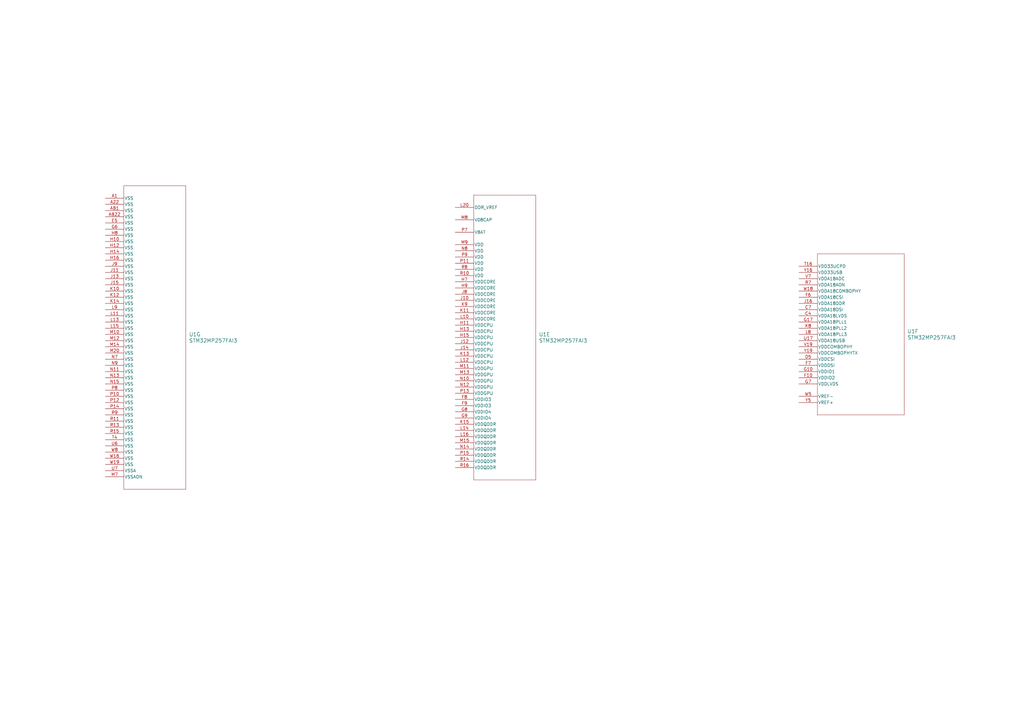
<source format=kicad_sch>
(kicad_sch (version 20250114) (generator "eeschema") (generator_version "9.0")
  (paper "A3")
  (lib_symbols
    (symbol "STM32MP257FAI3:STM32MP257FAI3" (pin_names (offset 0.254))
      (property "Reference" "U" (at 40.64 12.7 0))
      (property "Value" "STM32MP257FAI3" (at 40.64 10.16 0))
      (symbol "STM32MP257FAI3_1_1"
        (polyline (pts (xy 7.62 7.62) (xy 7.62 -119.38)) (stroke (width 0.127)))
        (polyline (pts (xy 7.62 -119.38) (xy 73.66 -119.38)) (stroke (width 0.127)))
        (polyline (pts (xy 73.66 7.62) (xy 7.62 7.62)) (stroke (width 0.127)))
        (polyline (pts (xy 73.66 -119.38) (xy 73.66 7.62)) (stroke (width 0.127)))
        (pin input line (at 0 0 0) (length 7.62) (name "BOOT0") (number "R4"))
        (pin input line (at 0 -2.54 0) (length 7.62) (name "BOOT1") (number "R3"))
        (pin input line (at 0 -5.08 0) (length 7.62) (name "BOOT2") (number "T2"))
        (pin input line (at 0 -7.62 0) (length 7.62) (name "BOOT3") (number "T1"))
        (pin input line (at 0 -12.7 0) (length 7.62) (name "JTCK_SWCLK") (number "AA1"))
        (pin input line (at 0 -15.24 0) (length 7.62) (name "JTDI") (number "AB2"))
        (pin input line (at 0 -17.78 0) (length 7.62) (name "NJTRST") (number "AA2"))
        (pin input line (at 0 -22.86 0) (length 7.62) (name "OSC_IN") (number "V3"))
        (pin input line (at 0 -27.94 0) (length 7.62) (name "OSC32_IN") (number "R1"))
        (pin input line (at 0 -33.02 0) (length 7.62) (name "PCIE_CLKINN") (number "AA18"))
        (pin input line (at 0 -35.56 0) (length 7.62) (name "PCIE_CLKINP") (number "Y18"))
        (pin input line (at 0 -40.64 0) (length 7.62) (name "PDR_ON") (number "T7"))
        (pin unspecified line (at 0 -45.72 0) (length 7.62) (name "ANA0") (number "V5"))
        (pin unspecified line (at 0 -50.8 0) (length 7.62) (name "COMBOPHY_REXT") (number "Y20"))
        (pin unspecified line (at 0 -53.34 0) (length 7.62) (name "COMBOPHY_RX1N") (number "AB20"))
        (pin unspecified line (at 0 -55.88 0) (length 7.62) (name "COMBOPHY_RX1P") (number "AA20"))
        (pin unspecified line (at 0 -58.42 0) (length 7.62) (name "COMBOPHY_TX1N") (number "AB19"))
        (pin unspecified line (at 0 -60.96 0) (length 7.62) (name "COMBOPHY_TX1P") (number "AA19"))
        (pin unspecified line (at 0 -66.04 0) (length 7.62) (name "CSI_CKN") (number "D6"))
        (pin unspecified line (at 0 -68.58 0) (length 7.62) (name "CSI_CKP") (number "C6"))
        (pin unspecified line (at 0 -71.12 0) (length 7.62) (name "CSI_REXT") (number "E6"))
        (pin unspecified line (at 0 -76.2 0) (length 7.62) (name "CSI_D0N") (number "B5"))
        (pin unspecified line (at 0 -78.74 0) (length 7.62) (name "CSI_D0P") (number "C5"))
        (pin unspecified line (at 0 -81.28 0) (length 7.62) (name "CSI_D1N") (number "E7"))
        (pin unspecified line (at 0 -83.82 0) (length 7.62) (name "CSI_D1P") (number "D7"))
        (pin output line (at 81.28 2.54 180) (length 7.62) (name "DDR_A0") (number "M16"))
        (pin output line (at 81.28 0 180) (length 7.62) (name "DDR_A1") (number "U18"))
        (pin output line (at 81.28 -2.54 180) (length 7.62) (name "DDR_A2") (number "N16"))
        (pin output line (at 81.28 -5.08 180) (length 7.62) (name "DDR_A3") (number "M17"))
        (pin output line (at 81.28 -7.62 180) (length 7.62) (name "DDR_A4") (number "N19"))
        (pin output line (at 81.28 -10.16 180) (length 7.62) (name "DDR_A5") (number "M19"))
        (pin output line (at 81.28 -12.7 180) (length 7.62) (name "DDR_A6") (number "T18"))
        (pin output line (at 81.28 -15.24 180) (length 7.62) (name "DDR_A7") (number "U19"))
        (pin output line (at 81.28 -17.78 180) (length 7.62) (name "DDR_A8") (number "P19"))
        (pin output line (at 81.28 -20.32 180) (length 7.62) (name "DDR_A9") (number "P18"))
        (pin output line (at 81.28 -22.86 180) (length 7.62) (name "DDR_A10") (number "N18"))
        (pin output line (at 81.28 -25.4 180) (length 7.62) (name "DDR_A11") (number "N17"))
        (pin output line (at 81.28 -27.94 180) (length 7.62) (name "DDR_A12") (number "K19"))
        (pin output line (at 81.28 -30.48 180) (length 7.62) (name "DDR_A13") (number "K18"))
        (pin output line (at 81.28 -33.02 180) (length 7.62) (name "DDR_A14") (number "L18"))
        (pin output line (at 81.28 -35.56 180) (length 7.62) (name "DDR_A15") (number "L17"))
        (pin output line (at 81.28 -38.1 180) (length 7.62) (name "DDR_A16") (number "J18"))
        (pin output line (at 81.28 -40.64 180) (length 7.62) (name "DDR_A17") (number "H18"))
        (pin output line (at 81.28 -43.18 180) (length 7.62) (name "DDR_A18") (number "H19"))
        (pin output line (at 81.28 -45.72 180) (length 7.62) (name "DDR_A19") (number "K17"))
        (pin output line (at 81.28 -48.26 180) (length 7.62) (name "DDR_A20") (number "G18"))
        (pin output line (at 81.28 -50.8 180) (length 7.62) (name "DDR_A21") (number "J19"))
        (pin output line (at 81.28 -53.34 180) (length 7.62) (name "DDR_A22") (number "H17"))
        (pin output line (at 81.28 -55.88 180) (length 7.62) (name "DDR_A23") (number "J17"))
        (pin output line (at 81.28 -58.42 180) (length 7.62) (name "DDR_A25") (number "R17"))
        (pin output line (at 81.28 -60.96 180) (length 7.62) (name "DDR_A26") (number "R19"))
        (pin output line (at 81.28 -63.5 180) (length 7.62) (name "DDR_A27") (number "R18"))
        (pin output line (at 81.28 -66.04 180) (length 7.62) (name "DDR_A28") (number "M18"))
        (pin output line (at 81.28 -68.58 180) (length 7.62) (name "DDR_A29") (number "T19"))
        (pin output line (at 81.28 -71.12 180) (length 7.62) (name "DDR_A30") (number "P17"))
        (pin output line (at 81.28 -73.66 180) (length 7.62) (name "DDR_A31") (number "P16"))
        (pin output line (at 81.28 -76.2 180) (length 7.62) (name "DDR_DQM0") (number "W21"))
        (pin output line (at 81.28 -78.74 180) (length 7.62) (name "DDR_DQM1") (number "P20"))
        (pin output line (at 81.28 -81.28 180) (length 7.62) (name "DDR_DQM2") (number "E21"))
        (pin output line (at 81.28 -83.82 180) (length 7.62) (name "DDR_DQM3") (number "H20"))
        (pin output line (at 81.28 -86.36 180) (length 7.62) (name "DDR_RESETN") (number "F18"))
        (pin output line (at 81.28 -91.44 180) (length 7.62) (name "JTDO-TRACESWO") (number "W1"))
        (pin output line (at 81.28 -96.52 180) (length 7.62) (name "NRSTC1MS") (number "T3"))
        (pin output line (at 81.28 -101.6 180) (length 7.62) (name "OSC_OUT") (number "V2"))
        (pin output line (at 81.28 -106.68 180) (length 7.62) (name "OSC32_OUT") (number "R2"))
        (pin output line (at 81.28 -111.76 180) (length 7.62) (name "PCIE_CLKOUTN") (number "AB21"))
        (pin output line (at 81.28 -114.3 180) (length 7.62) (name "PCIE_CLKOUTP") (number "AA21"))
      )
      (symbol "STM32MP257FAI3_2_1"
        (polyline (pts (xy 7.62 7.62) (xy 7.62 -111.76)) (stroke (width 0.127)))
        (polyline (pts (xy 7.62 -111.76) (xy 58.42 -111.76)) (stroke (width 0.127)))
        (polyline (pts (xy 58.42 7.62) (xy 7.62 7.62)) (stroke (width 0.127)))
        (polyline (pts (xy 58.42 -111.76) (xy 58.42 7.62)) (stroke (width 0.127)))
        (pin bidirectional line (at 0 0 0) (length 7.62) (name "DDR_DQ0") (number "W22"))
        (pin bidirectional line (at 0 -2.54 0) (length 7.62) (name "DDR_DQ1") (number "Y21"))
        (pin bidirectional line (at 0 -5.08 0) (length 7.62) (name "DDR_DQ2") (number "Y22"))
        (pin bidirectional line (at 0 -7.62 0) (length 7.62) (name "DDR_DQ3") (number "AA22"))
        (pin bidirectional line (at 0 -10.16 0) (length 7.62) (name "DDR_DQ4") (number "T21"))
        (pin bidirectional line (at 0 -12.7 0) (length 7.62) (name "DDR_DQ5") (number "T20"))
        (pin bidirectional line (at 0 -15.24 0) (length 7.62) (name "DDR_DQ6") (number "U21"))
        (pin bidirectional line (at 0 -17.78 0) (length 7.62) (name "DDR_DQ7") (number "U20"))
        (pin bidirectional line (at 0 -20.32 0) (length 7.62) (name "DDR_DQ8") (number "M21"))
        (pin bidirectional line (at 0 -22.86 0) (length 7.62) (name "DDR_DQ9") (number "M22"))
        (pin bidirectional line (at 0 -25.4 0) (length 7.62) (name "DDR_DQ10") (number "L21"))
        (pin bidirectional line (at 0 -27.94 0) (length 7.62) (name "DDR_DQ11") (number "L22"))
        (pin bidirectional line (at 0 -30.48 0) (length 7.62) (name "DDR_DQ12") (number "T22"))
        (pin bidirectional line (at 0 -33.02 0) (length 7.62) (name "DDR_DQ13") (number "R20"))
        (pin bidirectional line (at 0 -35.56 0) (length 7.62) (name "DDR_DQ14") (number "R21"))
        (pin bidirectional line (at 0 -38.1 0) (length 7.62) (name "DDR_DQ15") (number "R22"))
        (pin bidirectional line (at 0 -40.64 0) (length 7.62) (name "DDR_DQ16") (number "D20"))
        (pin bidirectional line (at 0 -43.18 0) (length 7.62) (name "DDR_DQ17") (number "C22"))
        (pin bidirectional line (at 0 -45.72 0) (length 7.62) (name "DDR_DQ18") (number "C21"))
        (pin bidirectional line (at 0 -48.26 0) (length 7.62) (name "DDR_DQ19") (number "B22"))
        (pin bidirectional line (at 0 -50.8 0) (length 7.62) (name "DDR_DQ20") (number "F20"))
        (pin bidirectional line (at 0 -53.34 0) (length 7.62) (name "DDR_DQ21") (number "F19"))
        (pin bidirectional line (at 0 -55.88 0) (length 7.62) (name "DDR_DQ22") (number "E19"))
        (pin bidirectional line (at 0 -58.42 0) (length 7.62) (name "DDR_DQ23") (number "E20"))
        (pin bidirectional line (at 0 -60.96 0) (length 7.62) (name "DDR_DQ24") (number "G19"))
        (pin bidirectional line (at 0 -63.5 0) (length 7.62) (name "DDR_DQ25") (number "G22"))
        (pin bidirectional line (at 0 -66.04 0) (length 7.62) (name "DDR_DQ26") (number "G21"))
        (pin bidirectional line (at 0 -68.58 0) (length 7.62) (name "DDR_DQ27") (number "G20"))
        (pin bidirectional line (at 0 -71.12 0) (length 7.62) (name "DDR_DQ28") (number "J21"))
        (pin bidirectional line (at 0 -73.66 0) (length 7.62) (name "DDR_DQ29") (number "J20"))
        (pin bidirectional line (at 0 -76.2 0) (length 7.62) (name "DDR_DQ30") (number "K20"))
        (pin bidirectional line (at 0 -78.74 0) (length 7.62) (name "DDR_DQ31") (number "L19"))
        (pin bidirectional line (at 0 -81.28 0) (length 7.62) (name "DDR_DQS0N") (number "W20"))
        (pin bidirectional line (at 0 -83.82 0) (length 7.62) (name "DDR_DQS0P") (number "V20"))
        (pin bidirectional line (at 0 -86.36 0) (length 7.62) (name "DDR_DQS1N") (number "N21"))
        (pin bidirectional line (at 0 -88.9 0) (length 7.62) (name "DDR_DQS1P") (number "N20"))
        (pin bidirectional line (at 0 -91.44 0) (length 7.62) (name "DDR_DQS2N") (number "D22"))
        (pin bidirectional line (at 0 -93.98 0) (length 7.62) (name "DDR_DQS2P") (number "D21"))
        (pin bidirectional line (at 0 -96.52 0) (length 7.62) (name "DDR_DQS3N") (number "H21"))
        (pin bidirectional line (at 0 -99.06 0) (length 7.62) (name "DDR_DQS3P") (number "H22"))
        (pin unspecified line (at 0 -101.6 0) (length 7.62) (name "DDR_ZQ") (number "K16"))
        (pin unspecified line (at 0 -104.14 0) (length 7.62) (name "DNU") (number "U16"))
        (pin bidirectional line (at 0 -106.68 0) (length 7.62) (name "JTMS_SWDIO") (number "Y1"))
        (pin output line (at 66.04 0 180) (length 7.62) (name "PWR_CPU_ON") (number "T6"))
        (pin output line (at 66.04 -2.54 180) (length 7.62) (name "PWR_LP") (number "U4"))
        (pin output line (at 66.04 -5.08 180) (length 7.62) (name "PWR_ON") (number "T5"))
        (pin unspecified line (at 66.04 -10.16 180) (length 7.62) (name "DSI_CKN") (number "B8"))
        (pin unspecified line (at 66.04 -12.7 180) (length 7.62) (name "DSI_CKP") (number "A8"))
        (pin unspecified line (at 66.04 -15.24 180) (length 7.62) (name "DSI_REXT") (number "E8"))
        (pin unspecified line (at 66.04 -20.32 180) (length 7.62) (name "DSI_D0N") (number "B9"))
        (pin unspecified line (at 66.04 -22.86 180) (length 7.62) (name "DSI_D0P") (number "C9"))
        (pin unspecified line (at 66.04 -25.4 180) (length 7.62) (name "DSI_D1N") (number "E9"))
        (pin unspecified line (at 66.04 -27.94 180) (length 7.62) (name "DSI_D1P") (number "D9"))
        (pin unspecified line (at 66.04 -30.48 180) (length 7.62) (name "DSI_D2N") (number "D8"))
        (pin unspecified line (at 66.04 -33.02 180) (length 7.62) (name "DSI_D2P") (number "C8"))
        (pin unspecified line (at 66.04 -35.56 180) (length 7.62) (name "DSI_D3N") (number "B7"))
        (pin unspecified line (at 66.04 -38.1 180) (length 7.62) (name "DSI_D3P") (number "A7"))
        (pin unspecified line (at 66.04 -43.18 180) (length 7.62) (name "EPAD") (number "R12"))
        (pin unspecified line (at 66.04 -45.72 180) (length 7.62) (name "EPAD") (number "V6"))
        (pin unspecified line (at 66.04 -48.26 180) (length 7.62) (name "EPAD") (number "V16"))
        (pin unspecified line (at 66.04 -53.34 180) (length 7.62) (name "LVDS1_D0N") (number "D3"))
        (pin unspecified line (at 66.04 -55.88 180) (length 7.62) (name "LVDS1_D0P") (number "D4"))
        (pin unspecified line (at 66.04 -58.42 180) (length 7.62) (name "LVDS1_D1N") (number "D1"))
        (pin unspecified line (at 66.04 -60.96 180) (length 7.62) (name "LVDS1_D1P") (number "D2"))
        (pin unspecified line (at 66.04 -63.5 180) (length 7.62) (name "LVDS1_D2N") (number "E4"))
        (pin unspecified line (at 66.04 -66.04 180) (length 7.62) (name "LVDS1_D2P") (number "E3"))
        (pin unspecified line (at 66.04 -68.58 180) (length 7.62) (name "LVDS1_D3N") (number "F3"))
        (pin unspecified line (at 66.04 -71.12 180) (length 7.62) (name "LVDS1_D3P") (number "F2"))
        (pin unspecified line (at 66.04 -73.66 180) (length 7.62) (name "LVDS1_D4N") (number "F5"))
        (pin unspecified line (at 66.04 -76.2 180) (length 7.62) (name "LVDS1_D4P") (number "F4"))
        (pin unspecified line (at 66.04 -78.74 180) (length 7.62) (name "LVDS2_D0N") (number "B4"))
        (pin unspecified line (at 66.04 -81.28 180) (length 7.62) (name "LVDS2_D0P") (number "A4"))
        (pin unspecified line (at 66.04 -83.82 180) (length 7.62) (name "LVDS2_D1N") (number "A3"))
        (pin unspecified line (at 66.04 -86.36 180) (length 7.62) (name "LVDS2_D1P") (number "A2"))
        (pin unspecified line (at 66.04 -88.9 180) (length 7.62) (name "LVDS2_D2N") (number "B3"))
        (pin unspecified line (at 66.04 -91.44 180) (length 7.62) (name "LVDS2_D2P") (number "C3"))
        (pin unspecified line (at 66.04 -93.98 180) (length 7.62) (name "LVDS2_D3N") (number "C2"))
        (pin unspecified line (at 66.04 -96.52 180) (length 7.62) (name "LVDS2_D3P") (number "C1"))
        (pin unspecified line (at 66.04 -99.06 180) (length 7.62) (name "LVDS2_D4N") (number "B2"))
        (pin unspecified line (at 66.04 -101.6 180) (length 7.62) (name "LVDS2_D4P") (number "B1"))
        (pin bidirectional line (at 66.04 -106.68 180) (length 7.62) (name "NRST") (number "U3"))
      )
      (symbol "STM32MP257FAI3_3_1"
        (polyline (pts (xy 7.62 5.08) (xy 7.62 -129.54)) (stroke (width 0.127)))
        (polyline (pts (xy 7.62 -129.54) (xy 33.02 -129.54)) (stroke (width 0.127)))
        (polyline (pts (xy 33.02 5.08) (xy 7.62 5.08)) (stroke (width 0.127)))
        (polyline (pts (xy 33.02 -129.54) (xy 33.02 5.08)) (stroke (width 0.127)))
        (pin bidirectional line (at 0 0 0) (length 7.62) (name "PB0") (number "C11"))
        (pin bidirectional line (at 0 -2.54 0) (length 7.62) (name "PB1") (number "D11"))
        (pin bidirectional line (at 0 -5.08 0) (length 7.62) (name "PB2") (number "C10"))
        (pin bidirectional line (at 0 -7.62 0) (length 7.62) (name "PB3") (number "E10"))
        (pin bidirectional line (at 0 -10.16 0) (length 7.62) (name "PB4") (number "D10"))
        (pin bidirectional line (at 0 -12.7 0) (length 7.62) (name "PB5") (number "B11"))
        (pin bidirectional line (at 0 -15.24 0) (length 7.62) (name "PB6") (number "C12"))
        (pin bidirectional line (at 0 -17.78 0) (length 7.62) (name "PB7") (number "D12"))
        (pin bidirectional line (at 0 -20.32 0) (length 7.62) (name "PB8") (number "G11"))
        (pin bidirectional line (at 0 -22.86 0) (length 7.62) (name "PB9") (number "A12"))
        (pin bidirectional line (at 0 -25.4 0) (length 7.62) (name "PB10") (number "A11"))
        (pin bidirectional line (at 0 -27.94 0) (length 7.62) (name "PB11") (number "B12"))
        (pin bidirectional line (at 0 -30.48 0) (length 7.62) (name "PB12") (number "B20"))
        (pin bidirectional line (at 0 -33.02 0) (length 7.62) (name "PB13") (number "D19"))
        (pin bidirectional line (at 0 -35.56 0) (length 7.62) (name "PB14") (number "C20"))
        (pin bidirectional line (at 0 -38.1 0) (length 7.62) (name "PB15") (number "AB4"))
        (pin bidirectional line (at 0 -43.18 0) (length 7.62) (name "PD0") (number "D14"))
        (pin bidirectional line (at 0 -45.72 0) (length 7.62) (name "PD1") (number "E15"))
        (pin bidirectional line (at 0 -48.26 0) (length 7.62) (name "PD2") (number "E14"))
        (pin bidirectional line (at 0 -50.8 0) (length 7.62) (name "PD3") (number "C15"))
        (pin bidirectional line (at 0 -53.34 0) (length 7.62) (name "PD4") (number "C14"))
        (pin bidirectional line (at 0 -55.88 0) (length 7.62) (name "PD5") (number "B15"))
        (pin bidirectional line (at 0 -58.42 0) (length 7.62) (name "PD6") (number "A15"))
        (pin bidirectional line (at 0 -60.96 0) (length 7.62) (name "PD7") (number "D15"))
        (pin bidirectional line (at 0 -63.5 0) (length 7.62) (name "PD8") (number "C13"))
        (pin bidirectional line (at 0 -66.04 0) (length 7.62) (name "PD9") (number "B13"))
        (pin bidirectional line (at 0 -68.58 0) (length 7.62) (name "PD10") (number "D13"))
        (pin bidirectional line (at 0 -71.12 0) (length 7.62) (name "PD11") (number "E13"))
        (pin bidirectional line (at 0 -73.66 0) (length 7.62) (name "PD12") (number "A21"))
        (pin bidirectional line (at 0 -76.2 0) (length 7.62) (name "PD13") (number "B21"))
        (pin bidirectional line (at 0 -78.74 0) (length 7.62) (name "PD14") (number "G15"))
        (pin bidirectional line (at 0 -81.28 0) (length 7.62) (name "PD15") (number "F16"))
        (pin bidirectional line (at 0 -86.36 0) (length 7.62) (name "PF0") (number "V12"))
        (pin bidirectional line (at 0 -88.9 0) (length 7.62) (name "PF1") (number "W11"))
        (pin bidirectional line (at 0 -91.44 0) (length 7.62) (name "PF2") (number "V10"))
        (pin bidirectional line (at 0 -93.98 0) (length 7.62) (name "PF3") (number "W10"))
        (pin bidirectional line (at 0 -96.52 0) (length 7.62) (name "PF4") (number "Y10"))
        (pin bidirectional line (at 0 -99.06 0) (length 7.62) (name "PF5") (number "Y9"))
        (pin bidirectional line (at 0 -101.6 0) (length 7.62) (name "PF6") (number "AB8"))
        (pin bidirectional line (at 0 -104.14 0) (length 7.62) (name "PF7") (number "T9"))
        (pin bidirectional line (at 0 -106.68 0) (length 7.62) (name "PF8") (number "AA8"))
        (pin bidirectional line (at 0 -109.22 0) (length 7.62) (name "PF9") (number "AA7"))
        (pin bidirectional line (at 0 -111.76 0) (length 7.62) (name "PF10") (number "AA6"))
        (pin bidirectional line (at 0 -114.3 0) (length 7.62) (name "PF11") (number "Y6"))
        (pin bidirectional line (at 0 -116.84 0) (length 7.62) (name "PF12") (number "K3"))
        (pin bidirectional line (at 0 -119.38 0) (length 7.62) (name "PF13") (number "L4"))
        (pin bidirectional line (at 0 -121.92 0) (length 7.62) (name "PF14") (number "H1"))
        (pin bidirectional line (at 0 -124.46 0) (length 7.62) (name "PF15") (number "L7"))
        (pin bidirectional line (at 40.64 0 180) (length 7.62) (name "PA0") (number "Y2"))
        (pin bidirectional line (at 40.64 -2.54 180) (length 7.62) (name "PA1") (number "V15"))
        (pin bidirectional line (at 40.64 -5.08 180) (length 7.62) (name "PA2") (number "W13"))
        (pin bidirectional line (at 40.64 -7.62 180) (length 7.62) (name "PA3") (number "T14"))
        (pin bidirectional line (at 40.64 -10.16 180) (length 7.62) (name "PA4") (number "Y15"))
        (pin bidirectional line (at 40.64 -12.7 180) (length 7.62) (name "PA5") (number "Y13"))
        (pin bidirectional line (at 40.64 -15.24 180) (length 7.62) (name "PA6") (number "V14"))
        (pin bidirectional line (at 40.64 -17.78 180) (length 7.62) (name "PA7") (number "Y14"))
        (pin bidirectional line (at 40.64 -20.32 180) (length 7.62) (name "PA8") (number "W15"))
        (pin bidirectional line (at 40.64 -22.86 180) (length 7.62) (name "PA9") (number "T12"))
        (pin bidirectional line (at 40.64 -25.4 180) (length 7.62) (name "PA10") (number "U13"))
        (pin bidirectional line (at 40.64 -27.94 180) (length 7.62) (name "PA11") (number "W12"))
        (pin bidirectional line (at 40.64 -30.48 180) (length 7.62) (name "PA12") (number "U12"))
        (pin bidirectional line (at 40.64 -33.02 180) (length 7.62) (name "PA13") (number "Y12"))
        (pin bidirectional line (at 40.64 -35.56 180) (length 7.62) (name "PA14") (number "U10"))
        (pin bidirectional line (at 40.64 -38.1 180) (length 7.62) (name "PA15") (number "T10"))
        (pin bidirectional line (at 40.64 -43.18 180) (length 7.62) (name "PC0") (number "AA12"))
        (pin bidirectional line (at 40.64 -45.72 180) (length 7.62) (name "PC1") (number "V11"))
        (pin bidirectional line (at 40.64 -48.26 180) (length 7.62) (name "PC2") (number "Y11"))
        (pin bidirectional line (at 40.64 -50.8 180) (length 7.62) (name "PC3") (number "W9"))
        (pin bidirectional line (at 40.64 -53.34 180) (length 7.62) (name "PC4") (number "V9"))
        (pin bidirectional line (at 40.64 -55.88 180) (length 7.62) (name "PC5") (number "U9"))
        (pin bidirectional line (at 40.64 -58.42 180) (length 7.62) (name "PC6") (number "AA10"))
        (pin bidirectional line (at 40.64 -60.96 180) (length 7.62) (name "PC7") (number "Y8"))
        (pin bidirectional line (at 40.64 -63.5 180) (length 7.62) (name "PC8") (number "V8"))
        (pin bidirectional line (at 40.64 -66.04 180) (length 7.62) (name "PC9") (number "U8"))
        (pin bidirectional line (at 40.64 -68.58 180) (length 7.62) (name "PC10") (number "T8"))
        (pin bidirectional line (at 40.64 -71.12 180) (length 7.62) (name "PC11") (number "AB7"))
        (pin bidirectional line (at 40.64 -73.66 180) (length 7.62) (name "PC12") (number "Y7"))
        (pin bidirectional line (at 40.64 -76.2 180) (length 7.62) (name "PC13") (number "P6"))
        (pin bidirectional line (at 40.64 -81.28 180) (length 7.62) (name "PE0") (number "A16"))
        (pin bidirectional line (at 40.64 -83.82 180) (length 7.62) (name "PE1") (number "B16"))
        (pin bidirectional line (at 40.64 -86.36 180) (length 7.62) (name "PE2") (number "C16"))
        (pin bidirectional line (at 40.64 -88.9 180) (length 7.62) (name "PE3") (number "D16"))
        (pin bidirectional line (at 40.64 -91.44 180) (length 7.62) (name "PE4") (number "B17"))
        (pin bidirectional line (at 40.64 -93.98 180) (length 7.62) (name "PE5") (number "C17"))
        (pin bidirectional line (at 40.64 -96.52 180) (length 7.62) (name "PE6") (number "E16"))
        (pin bidirectional line (at 40.64 -99.06 180) (length 7.62) (name "PE7") (number "D17"))
        (pin bidirectional line (at 40.64 -101.6 180) (length 7.62) (name "PE8") (number "C18"))
        (pin bidirectional line (at 40.64 -104.14 180) (length 7.62) (name "PE9") (number "D18"))
        (pin bidirectional line (at 40.64 -106.68 180) (length 7.62) (name "PE10") (number "A19"))
        (pin bidirectional line (at 40.64 -109.22 180) (length 7.62) (name "PE11") (number "E17"))
        (pin bidirectional line (at 40.64 -111.76 180) (length 7.62) (name "PE12") (number "C19"))
        (pin bidirectional line (at 40.64 -114.3 180) (length 7.62) (name "PE13") (number "B19"))
        (pin bidirectional line (at 40.64 -116.84 180) (length 7.62) (name "PE14") (number "A20"))
        (pin bidirectional line (at 40.64 -119.38 180) (length 7.62) (name "PE15") (number "F17"))
      )
      (symbol "STM32MP257FAI3_4_1"
        (polyline (pts (xy 7.62 5.08) (xy 7.62 -124.46)) (stroke (width 0.127)))
        (polyline (pts (xy 7.62 -124.46) (xy 78.74 -124.46)) (stroke (width 0.127)))
        (polyline (pts (xy 78.74 5.08) (xy 7.62 5.08)) (stroke (width 0.127)))
        (polyline (pts (xy 78.74 -124.46) (xy 78.74 5.08)) (stroke (width 0.127)))
        (pin bidirectional line (at 0 0 0) (length 7.62) (name "PH2") (number "V13"))
        (pin bidirectional line (at 0 -2.54 0) (length 7.62) (name "PH3") (number "W14"))
        (pin bidirectional line (at 0 -5.08 0) (length 7.62) (name "PH4") (number "AB15"))
        (pin bidirectional line (at 0 -7.62 0) (length 7.62) (name "PH5") (number "AA15"))
        (pin bidirectional line (at 0 -10.16 0) (length 7.62) (name "PH6") (number "AA14"))
        (pin bidirectional line (at 0 -12.7 0) (length 7.62) (name "PH7") (number "T13"))
        (pin bidirectional line (at 0 -15.24 0) (length 7.62) (name "PH8") (number "U14"))
        (pin bidirectional line (at 0 -17.78 0) (length 7.62) (name "PH9") (number "AB12"))
        (pin bidirectional line (at 0 -20.32 0) (length 7.62) (name "PH10") (number "U11"))
        (pin bidirectional line (at 0 -22.86 0) (length 7.62) (name "PH11") (number "T11"))
        (pin bidirectional line (at 0 -25.4 0) (length 7.62) (name "PH12") (number "AA11"))
        (pin bidirectional line (at 0 -27.94 0) (length 7.62) (name "PH13") (number "AB11"))
        (pin bidirectional line (at 0 -33.02 0) (length 7.62) (name "PI0") (number "G5"))
        (pin bidirectional line (at 0 -35.56 0) (length 7.62) (name "PI1") (number "H6"))
        (pin bidirectional line (at 0 -38.1 0) (length 7.62) (name "PI2") (number "J5"))
        (pin bidirectional line (at 0 -40.64 0) (length 7.62) (name "PI3") (number "J6"))
        (pin bidirectional line (at 0 -43.18 0) (length 7.62) (name "PI4") (number "K6"))
        (pin bidirectional line (at 0 -45.72 0) (length 7.62) (name "PI5") (number "H5"))
        (pin bidirectional line (at 0 -48.26 0) (length 7.62) (name "PI6") (number "J7"))
        (pin bidirectional line (at 0 -50.8 0) (length 7.62) (name "PI7") (number "L6"))
        (pin bidirectional line (at 0 -53.34 0) (length 7.62) (name "PI8") (number "M6"))
        (pin bidirectional line (at 0 -55.88 0) (length 7.62) (name "PI9") (number "K7"))
        (pin bidirectional line (at 0 -58.42 0) (length 7.62) (name "PI10") (number "G16"))
        (pin bidirectional line (at 0 -60.96 0) (length 7.62) (name "PI11") (number "E18"))
        (pin bidirectional line (at 0 -63.5 0) (length 7.62) (name "PI12") (number "G1"))
        (pin bidirectional line (at 0 -66.04 0) (length 7.62) (name "PI13") (number "G2"))
        (pin bidirectional line (at 0 -68.58 0) (length 7.62) (name "PI14") (number "G13"))
        (pin bidirectional line (at 0 -71.12 0) (length 7.62) (name "PI15") (number "E11"))
        (pin bidirectional line (at 0 -76.2 0) (length 7.62) (name "PK0") (number "F12"))
        (pin bidirectional line (at 0 -78.74 0) (length 7.62) (name "PK1") (number "E12"))
        (pin bidirectional line (at 0 -81.28 0) (length 7.62) (name "PK2") (number "F13"))
        (pin bidirectional line (at 0 -83.82 0) (length 7.62) (name "PK3") (number "F15"))
        (pin bidirectional line (at 0 -86.36 0) (length 7.62) (name "PK4") (number "F11"))
        (pin bidirectional line (at 0 -88.9 0) (length 7.62) (name "PK5") (number "F14"))
        (pin bidirectional line (at 0 -91.44 0) (length 7.62) (name "PK6") (number "G12"))
        (pin bidirectional line (at 0 -93.98 0) (length 7.62) (name "PK7") (number "G14"))
        (pin unspecified line (at 0 -99.06 0) (length 7.62) (name "UCPD1_CC1") (number "T15"))
        (pin unspecified line (at 0 -101.6 0) (length 7.62) (name "UCPD1_CC2") (number "T17"))
        (pin unspecified line (at 0 -106.68 0) (length 7.62) (name "USB3DR_DM") (number "Y17"))
        (pin unspecified line (at 0 -109.22 0) (length 7.62) (name "USB3DR_DP") (number "W17"))
        (pin unspecified line (at 0 -111.76 0) (length 7.62) (name "USB3DR_TXRTUNE") (number "V17"))
        (pin bidirectional line (at 86.36 0 180) (length 7.62) (name "PG0") (number "W7"))
        (pin bidirectional line (at 86.36 -2.54 180) (length 7.62) (name "PG1") (number "W6"))
        (pin bidirectional line (at 86.36 -5.08 180) (length 7.62) (name "PG2") (number "Y4"))
        (pin bidirectional line (at 86.36 -7.62 180) (length 7.62) (name "PG3") (number "W4"))
        (pin bidirectional line (at 86.36 -10.16 180) (length 7.62) (name "PG4") (number "AA4"))
        (pin bidirectional line (at 86.36 -12.7 180) (length 7.62) (name "PG5") (number "L1"))
        (pin bidirectional line (at 86.36 -15.24 180) (length 7.62) (name "PG6") (number "H2"))
        (pin bidirectional line (at 86.36 -17.78 180) (length 7.62) (name "PG7") (number "K4"))
        (pin bidirectional line (at 86.36 -20.32 180) (length 7.62) (name "PG8") (number "L5"))
        (pin bidirectional line (at 86.36 -22.86 180) (length 7.62) (name "PG9") (number "G3"))
        (pin bidirectional line (at 86.36 -25.4 180) (length 7.62) (name "PG10") (number "H3"))
        (pin bidirectional line (at 86.36 -27.94 180) (length 7.62) (name "PG11") (number "J4"))
        (pin bidirectional line (at 86.36 -30.48 180) (length 7.62) (name "PG12") (number "J3"))
        (pin bidirectional line (at 86.36 -33.02 180) (length 7.62) (name "PG13") (number "K5"))
        (pin bidirectional line (at 86.36 -35.56 180) (length 7.62) (name "PG14") (number "G4"))
        (pin bidirectional line (at 86.36 -38.1 180) (length 7.62) (name "PG15") (number "H4"))
        (pin bidirectional line (at 86.36 -43.18 180) (length 7.62) (name "PJ0") (number "U15"))
        (pin bidirectional line (at 86.36 -45.72 180) (length 7.62) (name "PJ1") (number "Y3"))
        (pin bidirectional line (at 86.36 -48.26 180) (length 7.62) (name "PJ2") (number "AB3"))
        (pin bidirectional line (at 86.36 -50.8 180) (length 7.62) (name "PJ3") (number "AA3"))
        (pin bidirectional line (at 86.36 -53.34 180) (length 7.62) (name "PJ4") (number "W3"))
        (pin bidirectional line (at 86.36 -55.88 180) (length 7.62) (name "PJ5") (number "V4"))
        (pin bidirectional line (at 86.36 -58.42 180) (length 7.62) (name "PJ6") (number "U5"))
        (pin bidirectional line (at 86.36 -60.96 180) (length 7.62) (name "PJ7") (number "W2"))
        (pin bidirectional line (at 86.36 -63.5 180) (length 7.62) (name "PJ8") (number "M2"))
        (pin bidirectional line (at 86.36 -66.04 180) (length 7.62) (name "PJ9") (number "M1"))
        (pin bidirectional line (at 86.36 -68.58 180) (length 7.62) (name "PJ10") (number "M3"))
        (pin bidirectional line (at 86.36 -71.12 180) (length 7.62) (name "PJ11") (number "M5"))
        (pin bidirectional line (at 86.36 -73.66 180) (length 7.62) (name "PJ12") (number "L2"))
        (pin bidirectional line (at 86.36 -76.2 180) (length 7.62) (name "PJ13") (number "M4"))
        (pin bidirectional line (at 86.36 -78.74 180) (length 7.62) (name "PJ14") (number "L3"))
        (pin bidirectional line (at 86.36 -81.28 180) (length 7.62) (name "PJ15") (number "K2"))
        (pin bidirectional line (at 86.36 -86.36 180) (length 7.62) (name "PZ0") (number "N5"))
        (pin bidirectional line (at 86.36 -88.9 180) (length 7.62) (name "PZ1") (number "N6"))
        (pin bidirectional line (at 86.36 -91.44 180) (length 7.62) (name "PZ2") (number "P4"))
        (pin bidirectional line (at 86.36 -93.98 180) (length 7.62) (name "PZ3") (number "N4"))
        (pin bidirectional line (at 86.36 -96.52 180) (length 7.62) (name "PZ4") (number "R5"))
        (pin bidirectional line (at 86.36 -99.06 180) (length 7.62) (name "PZ5") (number "P5"))
        (pin bidirectional line (at 86.36 -101.6 180) (length 7.62) (name "PZ6") (number "R6"))
        (pin bidirectional line (at 86.36 -104.14 180) (length 7.62) (name "PZ7") (number "P2"))
        (pin bidirectional line (at 86.36 -106.68 180) (length 7.62) (name "PZ8") (number "P3"))
        (pin bidirectional line (at 86.36 -109.22 180) (length 7.62) (name "PZ9") (number "N3"))
        (pin unspecified line (at 86.36 -114.3 180) (length 7.62) (name "USBH_HS_DM") (number "AB16"))
        (pin unspecified line (at 86.36 -116.84 180) (length 7.62) (name "USBH_HS_DP") (number "AA16"))
        (pin unspecified line (at 86.36 -119.38 180) (length 7.62) (name "USBH_HS_TXRTUNE") (number "V18"))
      )
      (symbol "STM32MP257FAI3_5_1"
        (polyline (pts (xy 7.62 5.08) (xy 7.62 -111.76)) (stroke (width 0.127)))
        (polyline (pts (xy 7.62 -111.76) (xy 33.02 -111.76)) (stroke (width 0.127)))
        (polyline (pts (xy 33.02 5.08) (xy 7.62 5.08)) (stroke (width 0.127)))
        (polyline (pts (xy 33.02 -111.76) (xy 33.02 5.08)) (stroke (width 0.127)))
        (pin power_in line (at 0 0 0) (length 7.62) (name "DDR_VREF") (number "L20"))
        (pin power_in line (at 0 -5.08 0) (length 7.62) (name "V08CAP") (number "M8"))
        (pin power_in line (at 0 -10.16 0) (length 7.62) (name "VBAT") (number "P7"))
        (pin power_in line (at 0 -15.24 0) (length 7.62) (name "VDD") (number "M9"))
        (pin power_in line (at 0 -17.78 0) (length 7.62) (name "VDD") (number "N8"))
        (pin power_in line (at 0 -20.32 0) (length 7.62) (name "VDD") (number "P9"))
        (pin power_in line (at 0 -22.86 0) (length 7.62) (name "VDD") (number "P11"))
        (pin power_in line (at 0 -25.4 0) (length 7.62) (name "VDD") (number "R8"))
        (pin power_in line (at 0 -27.94 0) (length 7.62) (name "VDD") (number "R10"))
        (pin power_in line (at 0 -30.48 0) (length 7.62) (name "VDDCORE") (number "H7"))
        (pin power_in line (at 0 -33.02 0) (length 7.62) (name "VDDCORE") (number "H9"))
        (pin power_in line (at 0 -35.56 0) (length 7.62) (name "VDDCORE") (number "J8"))
        (pin power_in line (at 0 -38.1 0) (length 7.62) (name "VDDCORE") (number "J10"))
        (pin power_in line (at 0 -40.64 0) (length 7.62) (name "VDDCORE") (number "K9"))
        (pin power_in line (at 0 -43.18 0) (length 7.62) (name "VDDCORE") (number "K11"))
        (pin power_in line (at 0 -45.72 0) (length 7.62) (name "VDDCORE") (number "L10"))
        (pin power_in line (at 0 -48.26 0) (length 7.62) (name "VDDCPU") (number "H11"))
        (pin power_in line (at 0 -50.8 0) (length 7.62) (name "VDDCPU") (number "H13"))
        (pin power_in line (at 0 -53.34 0) (length 7.62) (name "VDDCPU") (number "H15"))
        (pin power_in line (at 0 -55.88 0) (length 7.62) (name "VDDCPU") (number "J12"))
        (pin power_in line (at 0 -58.42 0) (length 7.62) (name "VDDCPU") (number "J14"))
        (pin power_in line (at 0 -60.96 0) (length 7.62) (name "VDDCPU") (number "K13"))
        (pin power_in line (at 0 -63.5 0) (length 7.62) (name "VDDCPU") (number "L12"))
        (pin power_in line (at 0 -66.04 0) (length 7.62) (name "VDDGPU") (number "M11"))
        (pin power_in line (at 0 -68.58 0) (length 7.62) (name "VDDGPU") (number "M13"))
        (pin power_in line (at 0 -71.12 0) (length 7.62) (name "VDDGPU") (number "N10"))
        (pin power_in line (at 0 -73.66 0) (length 7.62) (name "VDDGPU") (number "N12"))
        (pin power_in line (at 0 -76.2 0) (length 7.62) (name "VDDGPU") (number "P13"))
        (pin power_in line (at 0 -78.74 0) (length 7.62) (name "VDDIO3") (number "F8"))
        (pin power_in line (at 0 -81.28 0) (length 7.62) (name "VDDIO3") (number "F9"))
        (pin power_in line (at 0 -83.82 0) (length 7.62) (name "VDDIO4") (number "G8"))
        (pin power_in line (at 0 -86.36 0) (length 7.62) (name "VDDIO4") (number "G9"))
        (pin power_in line (at 0 -88.9 0) (length 7.62) (name "VDDQDDR") (number "K15"))
        (pin power_in line (at 0 -91.44 0) (length 7.62) (name "VDDQDDR") (number "L14"))
        (pin power_in line (at 0 -93.98 0) (length 7.62) (name "VDDQDDR") (number "L16"))
        (pin power_in line (at 0 -96.52 0) (length 7.62) (name "VDDQDDR") (number "M15"))
        (pin power_in line (at 0 -99.06 0) (length 7.62) (name "VDDQDDR") (number "N14"))
        (pin power_in line (at 0 -101.6 0) (length 7.62) (name "VDDQDDR") (number "P15"))
        (pin power_in line (at 0 -104.14 0) (length 7.62) (name "VDDQDDR") (number "R14"))
        (pin power_in line (at 0 -106.68 0) (length 7.62) (name "VDDQDDR") (number "R16"))
      )
      (symbol "STM32MP257FAI3_6_1"
        (polyline (pts (xy 7.62 5.08) (xy 7.62 -60.96)) (stroke (width 0.127)))
        (polyline (pts (xy 7.62 -60.96) (xy 43.18 -60.96)) (stroke (width 0.127)))
        (polyline (pts (xy 43.18 5.08) (xy 7.62 5.08)) (stroke (width 0.127)))
        (polyline (pts (xy 43.18 -60.96) (xy 43.18 5.08)) (stroke (width 0.127)))
        (pin power_in line (at 0 0 0) (length 7.62) (name "VDD33UCPD") (number "T16"))
        (pin power_in line (at 0 -2.54 0) (length 7.62) (name "VDD33USB") (number "Y16"))
        (pin power_in line (at 0 -5.08 0) (length 7.62) (name "VDDA18ADC") (number "V7"))
        (pin power_in line (at 0 -7.62 0) (length 7.62) (name "VDDA18AON") (number "R7"))
        (pin power_in line (at 0 -10.16 0) (length 7.62) (name "VDDA18COMBOPHY") (number "W18"))
        (pin power_in line (at 0 -12.7 0) (length 7.62) (name "VDDA18CSI") (number "F6"))
        (pin power_in line (at 0 -15.24 0) (length 7.62) (name "VDDA18DDR") (number "J16"))
        (pin power_in line (at 0 -17.78 0) (length 7.62) (name "VDDA18DSI") (number "C7"))
        (pin power_in line (at 0 -20.32 0) (length 7.62) (name "VDDA18LVDS") (number "C4"))
        (pin power_in line (at 0 -22.86 0) (length 7.62) (name "VDDA18PLL1") (number "G17"))
        (pin power_in line (at 0 -25.4 0) (length 7.62) (name "VDDA18PLL2") (number "K8"))
        (pin power_in line (at 0 -27.94 0) (length 7.62) (name "VDDA18PLL3") (number "L8"))
        (pin power_in line (at 0 -30.48 0) (length 7.62) (name "VDDA18USB") (number "U17"))
        (pin power_in line (at 0 -33.02 0) (length 7.62) (name "VDDCOMBOPHY") (number "V19"))
        (pin power_in line (at 0 -35.56 0) (length 7.62) (name "VDDCOMBOPHYTX") (number "Y19"))
        (pin power_in line (at 0 -38.1 0) (length 7.62) (name "VDDCSI") (number "D5"))
        (pin power_in line (at 0 -40.64 0) (length 7.62) (name "VDDDSI") (number "F7"))
        (pin power_in line (at 0 -43.18 0) (length 7.62) (name "VDDIO1") (number "G10"))
        (pin power_in line (at 0 -45.72 0) (length 7.62) (name "VDDIO2") (number "F10"))
        (pin power_in line (at 0 -48.26 0) (length 7.62) (name "VDDLVDS") (number "G7"))
        (pin power_in line (at 0 -53.34 0) (length 7.62) (name "VREF-") (number "W5"))
        (pin power_in line (at 0 -55.88 0) (length 7.62) (name "VREF+") (number "Y5"))
      )
      (symbol "STM32MP257FAI3_7_1"
        (polyline (pts (xy 7.62 5.08) (xy 7.62 -119.38)) (stroke (width 0.127)))
        (polyline (pts (xy 7.62 -119.38) (xy 33.02 -119.38)) (stroke (width 0.127)))
        (polyline (pts (xy 33.02 5.08) (xy 7.62 5.08)) (stroke (width 0.127)))
        (polyline (pts (xy 33.02 -119.38) (xy 33.02 5.08)) (stroke (width 0.127)))
        (pin power_in line (at 0 0 0) (length 7.62) (name "VSS") (number "A1"))
        (pin power_in line (at 0 -2.54 0) (length 7.62) (name "VSS") (number "A22"))
        (pin power_in line (at 0 -5.08 0) (length 7.62) (name "VSS") (number "AB1"))
        (pin power_in line (at 0 -7.62 0) (length 7.62) (name "VSS") (number "AB22"))
        (pin power_in line (at 0 -10.16 0) (length 7.62) (name "VSS") (number "E5"))
        (pin power_in line (at 0 -12.7 0) (length 7.62) (name "VSS") (number "G6"))
        (pin power_in line (at 0 -15.24 0) (length 7.62) (name "VSS") (number "H8"))
        (pin power_in line (at 0 -17.78 0) (length 7.62) (name "VSS") (number "H10"))
        (pin power_in line (at 0 -20.32 0) (length 7.62) (name "VSS") (number "H12"))
        (pin power_in line (at 0 -22.86 0) (length 7.62) (name "VSS") (number "H14"))
        (pin power_in line (at 0 -25.4 0) (length 7.62) (name "VSS") (number "H16"))
        (pin power_in line (at 0 -27.94 0) (length 7.62) (name "VSS") (number "J9"))
        (pin power_in line (at 0 -30.48 0) (length 7.62) (name "VSS") (number "J11"))
        (pin power_in line (at 0 -33.02 0) (length 7.62) (name "VSS") (number "J13"))
        (pin power_in line (at 0 -35.56 0) (length 7.62) (name "VSS") (number "J15"))
        (pin power_in line (at 0 -38.1 0) (length 7.62) (name "VSS") (number "K10"))
        (pin power_in line (at 0 -40.64 0) (length 7.62) (name "VSS") (number "K12"))
        (pin power_in line (at 0 -43.18 0) (length 7.62) (name "VSS") (number "K14"))
        (pin power_in line (at 0 -45.72 0) (length 7.62) (name "VSS") (number "L9"))
        (pin power_in line (at 0 -48.26 0) (length 7.62) (name "VSS") (number "L11"))
        (pin power_in line (at 0 -50.8 0) (length 7.62) (name "VSS") (number "L13"))
        (pin power_in line (at 0 -53.34 0) (length 7.62) (name "VSS") (number "L15"))
        (pin power_in line (at 0 -55.88 0) (length 7.62) (name "VSS") (number "M10"))
        (pin power_in line (at 0 -58.42 0) (length 7.62) (name "VSS") (number "M12"))
        (pin power_in line (at 0 -60.96 0) (length 7.62) (name "VSS") (number "M14"))
        (pin power_in line (at 0 -63.5 0) (length 7.62) (name "VSS") (number "M20"))
        (pin power_in line (at 0 -66.04 0) (length 7.62) (name "VSS") (number "N7"))
        (pin power_in line (at 0 -68.58 0) (length 7.62) (name "VSS") (number "N9"))
        (pin power_in line (at 0 -71.12 0) (length 7.62) (name "VSS") (number "N11"))
        (pin power_in line (at 0 -73.66 0) (length 7.62) (name "VSS") (number "N13"))
        (pin power_in line (at 0 -76.2 0) (length 7.62) (name "VSS") (number "N15"))
        (pin power_in line (at 0 -78.74 0) (length 7.62) (name "VSS") (number "P8"))
        (pin power_in line (at 0 -81.28 0) (length 7.62) (name "VSS") (number "P10"))
        (pin power_in line (at 0 -83.82 0) (length 7.62) (name "VSS") (number "P12"))
        (pin power_in line (at 0 -86.36 0) (length 7.62) (name "VSS") (number "P14"))
        (pin power_in line (at 0 -88.9 0) (length 7.62) (name "VSS") (number "R9"))
        (pin power_in line (at 0 -91.44 0) (length 7.62) (name "VSS") (number "R11"))
        (pin power_in line (at 0 -93.98 0) (length 7.62) (name "VSS") (number "R13"))
        (pin power_in line (at 0 -96.52 0) (length 7.62) (name "VSS") (number "R15"))
        (pin power_in line (at 0 -99.06 0) (length 7.62) (name "VSS") (number "T4"))
        (pin power_in line (at 0 -101.6 0) (length 7.62) (name "VSS") (number "U6"))
        (pin power_in line (at 0 -104.14 0) (length 7.62) (name "VSS") (number "W8"))
        (pin power_in line (at 0 -106.68 0) (length 7.62) (name "VSS") (number "W16"))
        (pin power_in line (at 0 -109.22 0) (length 7.62) (name "VSS") (number "W19"))
        (pin power_in line (at 0 -111.76 0) (length 7.62) (name "VSSA") (number "U7"))
        (pin power_in line (at 0 -114.3 0) (length 7.62) (name "VSSAON") (number "M7"))
      )
    )
  )
  (symbol (lib_id "STM32MP257FAI3:STM32MP257FAI3") (at 43.18 81.28 0) (unit 7)
    (property "Reference" "U1" (at 77.47 137.1599 0) (effects (font (size 1.524 1.524)) (justify left)))
    (property "Value" "STM32MP257FAI3" (at 77.47 139.6999 0) (effects (font (size 1.524 1.524)) (justify left)))
    (property "Footprint" "STM32MP257FAI3:TFBGA436_STM" (effects (hide yes)))
    (property "Datasheet" "STM32MP257FAI3" (effects (hide yes)))
  )
  (symbol (lib_id "STM32MP257FAI3:STM32MP257FAI3") (at 186.69 85.09 0) (unit 5)
    (property "Reference" "U1" (at 220.98 137.1599 0) (effects (font (size 1.524 1.524)) (justify left)))
    (property "Value" "STM32MP257FAI3" (at 220.98 139.6999 0) (effects (font (size 1.524 1.524)) (justify left)))
    (property "Footprint" "STM32MP257FAI3:TFBGA436_STM" (effects (hide yes)))
    (property "Datasheet" "STM32MP257FAI3" (effects (hide yes)))
  )
  (symbol (lib_id "STM32MP257FAI3:STM32MP257FAI3") (at 327.66 109.22 0) (unit 6)
    (property "Reference" "U1" (at 372.11 135.8899 0) (effects (font (size 1.524 1.524)) (justify left)))
    (property "Value" "STM32MP257FAI3" (at 372.11 138.4299 0) (effects (font (size 1.524 1.524)) (justify left)))
    (property "Footprint" "STM32MP257FAI3:TFBGA436_STM" (effects (hide yes)))
    (property "Datasheet" "STM32MP257FAI3" (effects (hide yes)))
  )
)
</source>
